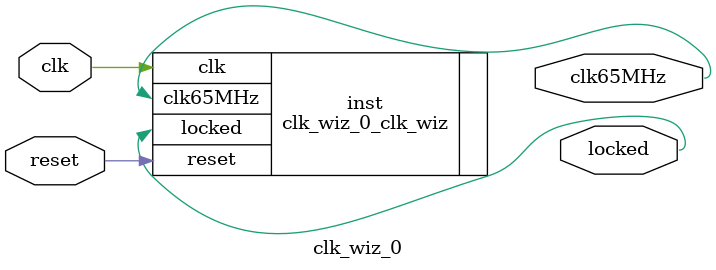
<source format=v>


`timescale 1ps/1ps

(* CORE_GENERATION_INFO = "clk_wiz_0,clk_wiz_v6_0_12_0_0,{component_name=clk_wiz_0,use_phase_alignment=true,use_min_o_jitter=false,use_max_i_jitter=false,use_dyn_phase_shift=false,use_inclk_switchover=false,use_dyn_reconfig=false,enable_axi=0,feedback_source=FDBK_AUTO,PRIMITIVE=MMCM,num_out_clk=1,clkin1_period=10.000,clkin2_period=10.000,use_power_down=false,use_reset=true,use_locked=true,use_inclk_stopped=false,feedback_type=SINGLE,CLOCK_MGR_TYPE=NA,manual_override=false}" *)

module clk_wiz_0 
 (
  // Clock out ports
  output        clk65MHz,
  // Status and control signals
  input         reset,
  output        locked,
 // Clock in ports
  input         clk
 );

  clk_wiz_0_clk_wiz inst
  (
  // Clock out ports  
  .clk65MHz(clk65MHz),
  // Status and control signals               
  .reset(reset), 
  .locked(locked),
 // Clock in ports
  .clk(clk)
  );

endmodule

</source>
